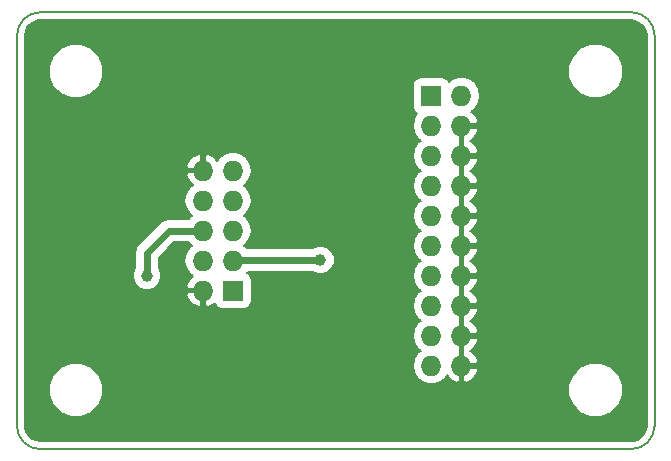
<source format=gbr>
G04 #@! TF.GenerationSoftware,KiCad,Pcbnew,5.0.1-33cea8e~68~ubuntu18.10.1*
G04 #@! TF.CreationDate,2018-11-26T23:37:11+02:00*
G04 #@! TF.ProjectId,BUS-BLASTER-AVR,4255532D424C41535445522D4156522E,v1.0*
G04 #@! TF.SameCoordinates,Original*
G04 #@! TF.FileFunction,Copper,L2,Bot,Signal*
G04 #@! TF.FilePolarity,Positive*
%FSLAX46Y46*%
G04 Gerber Fmt 4.6, Leading zero omitted, Abs format (unit mm)*
G04 Created by KiCad (PCBNEW 5.0.1-33cea8e~68~ubuntu18.10.1) date ma 26. marraskuuta 2018 23.37.11*
%MOMM*%
%LPD*%
G01*
G04 APERTURE LIST*
G04 #@! TA.AperFunction,NonConductor*
%ADD10C,0.150000*%
G04 #@! TD*
G04 #@! TA.AperFunction,ComponentPad*
%ADD11R,1.727200X1.727200*%
G04 #@! TD*
G04 #@! TA.AperFunction,ComponentPad*
%ADD12O,1.727200X1.727200*%
G04 #@! TD*
G04 #@! TA.AperFunction,ViaPad*
%ADD13C,1.000000*%
G04 #@! TD*
G04 #@! TA.AperFunction,Conductor*
%ADD14C,0.600000*%
G04 #@! TD*
G04 #@! TA.AperFunction,Conductor*
%ADD15C,1.000000*%
G04 #@! TD*
G04 #@! TA.AperFunction,Conductor*
%ADD16C,0.200000*%
G04 #@! TD*
G04 APERTURE END LIST*
D10*
X100000000Y-50000000D02*
G75*
G02X102000000Y-52000000I0J-2000000D01*
G01*
X102000000Y-85000000D02*
G75*
G02X100000000Y-87000000I-2000000J0D01*
G01*
X50000000Y-87000000D02*
G75*
G02X48000000Y-85000000I0J2000000D01*
G01*
X48000000Y-52000000D02*
G75*
G02X50000000Y-50000000I2000000J0D01*
G01*
X50000000Y-50000000D02*
X100000000Y-50000000D01*
X102000000Y-85000000D02*
X102000000Y-52000000D01*
X50000000Y-87000000D02*
X100000000Y-87000000D01*
X48000000Y-52000000D02*
X48000000Y-85000000D01*
D11*
G04 #@! TO.P,J1,1*
G04 #@! TO.N,TCK*
X66300000Y-73580000D03*
D12*
G04 #@! TO.P,J1,2*
G04 #@! TO.N,GND*
X63760000Y-73580000D03*
G04 #@! TO.P,J1,3*
G04 #@! TO.N,TDO*
X66300000Y-71040000D03*
G04 #@! TO.P,J1,4*
G04 #@! TO.N,VREF*
X63760000Y-71040000D03*
G04 #@! TO.P,J1,5*
G04 #@! TO.N,TMS*
X66300000Y-68500000D03*
G04 #@! TO.P,J1,6*
G04 #@! TO.N,nSRST*
X63760000Y-68500000D03*
G04 #@! TO.P,J1,7*
G04 #@! TO.N,Net-(J1-Pad7)*
X66300000Y-65960000D03*
G04 #@! TO.P,J1,8*
G04 #@! TO.N,nTRST*
X63760000Y-65960000D03*
G04 #@! TO.P,J1,9*
G04 #@! TO.N,TDI*
X66300000Y-63420000D03*
G04 #@! TO.P,J1,10*
G04 #@! TO.N,GND*
X63760000Y-63420000D03*
G04 #@! TD*
D11*
G04 #@! TO.P,J2,1*
G04 #@! TO.N,VREF*
X83100000Y-57080000D03*
D12*
G04 #@! TO.P,J2,2*
X85640000Y-57080000D03*
G04 #@! TO.P,J2,3*
G04 #@! TO.N,nTRST*
X83100000Y-59620000D03*
G04 #@! TO.P,J2,4*
G04 #@! TO.N,GND*
X85640000Y-59620000D03*
G04 #@! TO.P,J2,5*
G04 #@! TO.N,TDI*
X83100000Y-62160000D03*
G04 #@! TO.P,J2,6*
G04 #@! TO.N,GND*
X85640000Y-62160000D03*
G04 #@! TO.P,J2,7*
G04 #@! TO.N,TMS*
X83100000Y-64700000D03*
G04 #@! TO.P,J2,8*
G04 #@! TO.N,GND*
X85640000Y-64700000D03*
G04 #@! TO.P,J2,9*
G04 #@! TO.N,TCK*
X83100000Y-67240000D03*
G04 #@! TO.P,J2,10*
G04 #@! TO.N,GND*
X85640000Y-67240000D03*
G04 #@! TO.P,J2,11*
G04 #@! TO.N,Net-(J2-Pad11)*
X83100000Y-69780000D03*
G04 #@! TO.P,J2,12*
G04 #@! TO.N,GND*
X85640000Y-69780000D03*
G04 #@! TO.P,J2,13*
G04 #@! TO.N,TDO*
X83100000Y-72320000D03*
G04 #@! TO.P,J2,14*
G04 #@! TO.N,GND*
X85640000Y-72320000D03*
G04 #@! TO.P,J2,15*
G04 #@! TO.N,nSRST*
X83100000Y-74860000D03*
G04 #@! TO.P,J2,16*
G04 #@! TO.N,GND*
X85640000Y-74860000D03*
G04 #@! TO.P,J2,17*
G04 #@! TO.N,Net-(J2-Pad17)*
X83100000Y-77400000D03*
G04 #@! TO.P,J2,18*
G04 #@! TO.N,GND*
X85640000Y-77400000D03*
G04 #@! TO.P,J2,19*
G04 #@! TO.N,Net-(J2-Pad19)*
X83100000Y-79940000D03*
G04 #@! TO.P,J2,20*
G04 #@! TO.N,GND*
X85640000Y-79940000D03*
G04 #@! TD*
D13*
G04 #@! TO.N,GND*
X67800000Y-61300000D03*
G04 #@! TO.N,TDO*
X73700000Y-71000000D03*
G04 #@! TO.N,nSRST*
X59000000Y-72300000D03*
G04 #@! TD*
D14*
G04 #@! TO.N,TDO*
X73700000Y-71000000D02*
X66340000Y-71000000D01*
X66340000Y-71000000D02*
X66300000Y-71040000D01*
G04 #@! TO.N,nSRST*
X59000000Y-72300000D02*
X59000000Y-70400000D01*
X59000000Y-70400000D02*
X60900000Y-68500000D01*
X60900000Y-68500000D02*
X63760000Y-68500000D01*
D15*
G04 #@! TO.N,TDI*
X83100000Y-62180000D02*
X83100000Y-62405870D01*
G04 #@! TD*
D16*
G04 #@! TO.N,GND*
G36*
X100369950Y-50734868D02*
X100710162Y-50889553D01*
X100993282Y-51133505D01*
X101196554Y-51447115D01*
X101310322Y-51827530D01*
X101325001Y-52025060D01*
X101325000Y-84951910D01*
X101265132Y-85369952D01*
X101110448Y-85710160D01*
X100866494Y-85993283D01*
X100552886Y-86196553D01*
X100172470Y-86310322D01*
X99974953Y-86325000D01*
X50048090Y-86325000D01*
X49630048Y-86265132D01*
X49289840Y-86110448D01*
X49006717Y-85866494D01*
X48803447Y-85552886D01*
X48689678Y-85172470D01*
X48675000Y-84974953D01*
X48675000Y-81542501D01*
X50700000Y-81542501D01*
X50700000Y-82457499D01*
X51050154Y-83302846D01*
X51697154Y-83949846D01*
X52542501Y-84300000D01*
X53457499Y-84300000D01*
X54302846Y-83949846D01*
X54949846Y-83302846D01*
X55300000Y-82457499D01*
X55300000Y-81542501D01*
X94700000Y-81542501D01*
X94700000Y-82457499D01*
X95050154Y-83302846D01*
X95697154Y-83949846D01*
X96542501Y-84300000D01*
X97457499Y-84300000D01*
X98302846Y-83949846D01*
X98949846Y-83302846D01*
X99300000Y-82457499D01*
X99300000Y-81542501D01*
X98949846Y-80697154D01*
X98302846Y-80050154D01*
X97457499Y-79700000D01*
X96542501Y-79700000D01*
X95697154Y-80050154D01*
X95050154Y-80697154D01*
X94700000Y-81542501D01*
X55300000Y-81542501D01*
X54949846Y-80697154D01*
X54302846Y-80050154D01*
X53457499Y-79700000D01*
X52542501Y-79700000D01*
X51697154Y-80050154D01*
X51050154Y-80697154D01*
X50700000Y-81542501D01*
X48675000Y-81542501D01*
X48675000Y-73961049D01*
X62338589Y-73961049D01*
X62485459Y-74315654D01*
X62864000Y-74747402D01*
X63378949Y-75001423D01*
X63606000Y-74891532D01*
X63606000Y-73734000D01*
X62449417Y-73734000D01*
X62338589Y-73961049D01*
X48675000Y-73961049D01*
X48675000Y-72061305D01*
X57800000Y-72061305D01*
X57800000Y-72538695D01*
X57982689Y-72979745D01*
X58320255Y-73317311D01*
X58761305Y-73500000D01*
X59238695Y-73500000D01*
X59679745Y-73317311D01*
X60017311Y-72979745D01*
X60200000Y-72538695D01*
X60200000Y-72061305D01*
X60017311Y-71620255D01*
X60000000Y-71602944D01*
X60000000Y-70814212D01*
X61314213Y-69500000D01*
X62547654Y-69500000D01*
X62632708Y-69627292D01*
X62846286Y-69770000D01*
X62632708Y-69912708D01*
X62287122Y-70429914D01*
X62165768Y-71040000D01*
X62287122Y-71650086D01*
X62632708Y-72167292D01*
X62942144Y-72374050D01*
X62864000Y-72412598D01*
X62485459Y-72844346D01*
X62338589Y-73198951D01*
X62449417Y-73426000D01*
X63606000Y-73426000D01*
X63606000Y-73406000D01*
X63914000Y-73406000D01*
X63914000Y-73426000D01*
X63934000Y-73426000D01*
X63934000Y-73734000D01*
X63914000Y-73734000D01*
X63914000Y-74891532D01*
X64141051Y-75001423D01*
X64656000Y-74747402D01*
X64759611Y-74629228D01*
X64777015Y-74716726D01*
X64931729Y-74948271D01*
X65163274Y-75102985D01*
X65436400Y-75157313D01*
X67163600Y-75157313D01*
X67436726Y-75102985D01*
X67668271Y-74948271D01*
X67822985Y-74716726D01*
X67877313Y-74443600D01*
X67877313Y-72716400D01*
X67822985Y-72443274D01*
X67668271Y-72211729D01*
X67481145Y-72086695D01*
X67539073Y-72000000D01*
X73002944Y-72000000D01*
X73020255Y-72017311D01*
X73461305Y-72200000D01*
X73938695Y-72200000D01*
X74379745Y-72017311D01*
X74717311Y-71679745D01*
X74900000Y-71238695D01*
X74900000Y-70761305D01*
X74717311Y-70320255D01*
X74379745Y-69982689D01*
X73938695Y-69800000D01*
X73461305Y-69800000D01*
X73020255Y-69982689D01*
X73002944Y-70000000D01*
X67485619Y-70000000D01*
X67427292Y-69912708D01*
X67213714Y-69770000D01*
X67427292Y-69627292D01*
X67772878Y-69110086D01*
X67894232Y-68500000D01*
X67772878Y-67889914D01*
X67427292Y-67372708D01*
X67213714Y-67230000D01*
X67427292Y-67087292D01*
X67772878Y-66570086D01*
X67894232Y-65960000D01*
X67772878Y-65349914D01*
X67427292Y-64832708D01*
X67213714Y-64690000D01*
X67427292Y-64547292D01*
X67772878Y-64030086D01*
X67894232Y-63420000D01*
X67772878Y-62809914D01*
X67427292Y-62292708D01*
X66910086Y-61947122D01*
X66453997Y-61856400D01*
X66146003Y-61856400D01*
X65689914Y-61947122D01*
X65172708Y-62292708D01*
X64964444Y-62604397D01*
X64656000Y-62252598D01*
X64141051Y-61998577D01*
X63914000Y-62108468D01*
X63914000Y-63266000D01*
X63934000Y-63266000D01*
X63934000Y-63574000D01*
X63914000Y-63574000D01*
X63914000Y-63594000D01*
X63606000Y-63594000D01*
X63606000Y-63574000D01*
X62449417Y-63574000D01*
X62338589Y-63801049D01*
X62485459Y-64155654D01*
X62864000Y-64587402D01*
X62942144Y-64625950D01*
X62632708Y-64832708D01*
X62287122Y-65349914D01*
X62165768Y-65960000D01*
X62287122Y-66570086D01*
X62632708Y-67087292D01*
X62846286Y-67230000D01*
X62632708Y-67372708D01*
X62547654Y-67500000D01*
X60998490Y-67500000D01*
X60900000Y-67480409D01*
X60801510Y-67500000D01*
X60509819Y-67558021D01*
X60179040Y-67779040D01*
X60123247Y-67862540D01*
X58362540Y-69623248D01*
X58279041Y-69679040D01*
X58122909Y-69912708D01*
X58058021Y-70009820D01*
X57980409Y-70400000D01*
X58000001Y-70498495D01*
X58000000Y-71602944D01*
X57982689Y-71620255D01*
X57800000Y-72061305D01*
X48675000Y-72061305D01*
X48675000Y-63038951D01*
X62338589Y-63038951D01*
X62449417Y-63266000D01*
X63606000Y-63266000D01*
X63606000Y-62108468D01*
X63378949Y-61998577D01*
X62864000Y-62252598D01*
X62485459Y-62684346D01*
X62338589Y-63038951D01*
X48675000Y-63038951D01*
X48675000Y-59620000D01*
X81505768Y-59620000D01*
X81627122Y-60230086D01*
X81972708Y-60747292D01*
X82186286Y-60890000D01*
X81972708Y-61032708D01*
X81627122Y-61549914D01*
X81505768Y-62160000D01*
X81627122Y-62770086D01*
X81972708Y-63287292D01*
X82186286Y-63430000D01*
X81972708Y-63572708D01*
X81627122Y-64089914D01*
X81505768Y-64700000D01*
X81627122Y-65310086D01*
X81972708Y-65827292D01*
X82186286Y-65970000D01*
X81972708Y-66112708D01*
X81627122Y-66629914D01*
X81505768Y-67240000D01*
X81627122Y-67850086D01*
X81972708Y-68367292D01*
X82186286Y-68510000D01*
X81972708Y-68652708D01*
X81627122Y-69169914D01*
X81505768Y-69780000D01*
X81627122Y-70390086D01*
X81972708Y-70907292D01*
X82186286Y-71050000D01*
X81972708Y-71192708D01*
X81627122Y-71709914D01*
X81505768Y-72320000D01*
X81627122Y-72930086D01*
X81972708Y-73447292D01*
X82186286Y-73590000D01*
X81972708Y-73732708D01*
X81627122Y-74249914D01*
X81505768Y-74860000D01*
X81627122Y-75470086D01*
X81972708Y-75987292D01*
X82186286Y-76130000D01*
X81972708Y-76272708D01*
X81627122Y-76789914D01*
X81505768Y-77400000D01*
X81627122Y-78010086D01*
X81972708Y-78527292D01*
X82186286Y-78670000D01*
X81972708Y-78812708D01*
X81627122Y-79329914D01*
X81505768Y-79940000D01*
X81627122Y-80550086D01*
X81972708Y-81067292D01*
X82489914Y-81412878D01*
X82946003Y-81503600D01*
X83253997Y-81503600D01*
X83710086Y-81412878D01*
X84227292Y-81067292D01*
X84435556Y-80755603D01*
X84744000Y-81107402D01*
X85258949Y-81361423D01*
X85486000Y-81251532D01*
X85486000Y-80094000D01*
X85794000Y-80094000D01*
X85794000Y-81251532D01*
X86021051Y-81361423D01*
X86536000Y-81107402D01*
X86914541Y-80675654D01*
X87061411Y-80321049D01*
X86950583Y-80094000D01*
X85794000Y-80094000D01*
X85486000Y-80094000D01*
X85466000Y-80094000D01*
X85466000Y-79786000D01*
X85486000Y-79786000D01*
X85486000Y-77554000D01*
X85794000Y-77554000D01*
X85794000Y-79786000D01*
X86950583Y-79786000D01*
X87061411Y-79558951D01*
X86914541Y-79204346D01*
X86536000Y-78772598D01*
X86328014Y-78670000D01*
X86536000Y-78567402D01*
X86914541Y-78135654D01*
X87061411Y-77781049D01*
X86950583Y-77554000D01*
X85794000Y-77554000D01*
X85486000Y-77554000D01*
X85466000Y-77554000D01*
X85466000Y-77246000D01*
X85486000Y-77246000D01*
X85486000Y-75014000D01*
X85794000Y-75014000D01*
X85794000Y-77246000D01*
X86950583Y-77246000D01*
X87061411Y-77018951D01*
X86914541Y-76664346D01*
X86536000Y-76232598D01*
X86328014Y-76130000D01*
X86536000Y-76027402D01*
X86914541Y-75595654D01*
X87061411Y-75241049D01*
X86950583Y-75014000D01*
X85794000Y-75014000D01*
X85486000Y-75014000D01*
X85466000Y-75014000D01*
X85466000Y-74706000D01*
X85486000Y-74706000D01*
X85486000Y-72474000D01*
X85794000Y-72474000D01*
X85794000Y-74706000D01*
X86950583Y-74706000D01*
X87061411Y-74478951D01*
X86914541Y-74124346D01*
X86536000Y-73692598D01*
X86328014Y-73590000D01*
X86536000Y-73487402D01*
X86914541Y-73055654D01*
X87061411Y-72701049D01*
X86950583Y-72474000D01*
X85794000Y-72474000D01*
X85486000Y-72474000D01*
X85466000Y-72474000D01*
X85466000Y-72166000D01*
X85486000Y-72166000D01*
X85486000Y-69934000D01*
X85794000Y-69934000D01*
X85794000Y-72166000D01*
X86950583Y-72166000D01*
X87061411Y-71938951D01*
X86914541Y-71584346D01*
X86536000Y-71152598D01*
X86328014Y-71050000D01*
X86536000Y-70947402D01*
X86914541Y-70515654D01*
X87061411Y-70161049D01*
X86950583Y-69934000D01*
X85794000Y-69934000D01*
X85486000Y-69934000D01*
X85466000Y-69934000D01*
X85466000Y-69626000D01*
X85486000Y-69626000D01*
X85486000Y-67394000D01*
X85794000Y-67394000D01*
X85794000Y-69626000D01*
X86950583Y-69626000D01*
X87061411Y-69398951D01*
X86914541Y-69044346D01*
X86536000Y-68612598D01*
X86328014Y-68510000D01*
X86536000Y-68407402D01*
X86914541Y-67975654D01*
X87061411Y-67621049D01*
X86950583Y-67394000D01*
X85794000Y-67394000D01*
X85486000Y-67394000D01*
X85466000Y-67394000D01*
X85466000Y-67086000D01*
X85486000Y-67086000D01*
X85486000Y-64854000D01*
X85794000Y-64854000D01*
X85794000Y-67086000D01*
X86950583Y-67086000D01*
X87061411Y-66858951D01*
X86914541Y-66504346D01*
X86536000Y-66072598D01*
X86328014Y-65970000D01*
X86536000Y-65867402D01*
X86914541Y-65435654D01*
X87061411Y-65081049D01*
X86950583Y-64854000D01*
X85794000Y-64854000D01*
X85486000Y-64854000D01*
X85466000Y-64854000D01*
X85466000Y-64546000D01*
X85486000Y-64546000D01*
X85486000Y-62314000D01*
X85794000Y-62314000D01*
X85794000Y-64546000D01*
X86950583Y-64546000D01*
X87061411Y-64318951D01*
X86914541Y-63964346D01*
X86536000Y-63532598D01*
X86328014Y-63430000D01*
X86536000Y-63327402D01*
X86914541Y-62895654D01*
X87061411Y-62541049D01*
X86950583Y-62314000D01*
X85794000Y-62314000D01*
X85486000Y-62314000D01*
X85466000Y-62314000D01*
X85466000Y-62006000D01*
X85486000Y-62006000D01*
X85486000Y-59774000D01*
X85794000Y-59774000D01*
X85794000Y-62006000D01*
X86950583Y-62006000D01*
X87061411Y-61778951D01*
X86914541Y-61424346D01*
X86536000Y-60992598D01*
X86328014Y-60890000D01*
X86536000Y-60787402D01*
X86914541Y-60355654D01*
X87061411Y-60001049D01*
X86950583Y-59774000D01*
X85794000Y-59774000D01*
X85486000Y-59774000D01*
X85466000Y-59774000D01*
X85466000Y-59466000D01*
X85486000Y-59466000D01*
X85486000Y-59446000D01*
X85794000Y-59446000D01*
X85794000Y-59466000D01*
X86950583Y-59466000D01*
X87061411Y-59238951D01*
X86914541Y-58884346D01*
X86536000Y-58452598D01*
X86457856Y-58414050D01*
X86767292Y-58207292D01*
X87112878Y-57690086D01*
X87234232Y-57080000D01*
X87112878Y-56469914D01*
X86767292Y-55952708D01*
X86250086Y-55607122D01*
X85793997Y-55516400D01*
X85486003Y-55516400D01*
X85029914Y-55607122D01*
X84593305Y-55898855D01*
X84468271Y-55711729D01*
X84236726Y-55557015D01*
X83963600Y-55502687D01*
X82236400Y-55502687D01*
X81963274Y-55557015D01*
X81731729Y-55711729D01*
X81577015Y-55943274D01*
X81522687Y-56216400D01*
X81522687Y-57943600D01*
X81577015Y-58216726D01*
X81731729Y-58448271D01*
X81918855Y-58573305D01*
X81627122Y-59009914D01*
X81505768Y-59620000D01*
X48675000Y-59620000D01*
X48675000Y-54542501D01*
X50700000Y-54542501D01*
X50700000Y-55457499D01*
X51050154Y-56302846D01*
X51697154Y-56949846D01*
X52542501Y-57300000D01*
X53457499Y-57300000D01*
X54302846Y-56949846D01*
X54949846Y-56302846D01*
X55300000Y-55457499D01*
X55300000Y-54542501D01*
X94700000Y-54542501D01*
X94700000Y-55457499D01*
X95050154Y-56302846D01*
X95697154Y-56949846D01*
X96542501Y-57300000D01*
X97457499Y-57300000D01*
X98302846Y-56949846D01*
X98949846Y-56302846D01*
X99300000Y-55457499D01*
X99300000Y-54542501D01*
X98949846Y-53697154D01*
X98302846Y-53050154D01*
X97457499Y-52700000D01*
X96542501Y-52700000D01*
X95697154Y-53050154D01*
X95050154Y-53697154D01*
X94700000Y-54542501D01*
X55300000Y-54542501D01*
X54949846Y-53697154D01*
X54302846Y-53050154D01*
X53457499Y-52700000D01*
X52542501Y-52700000D01*
X51697154Y-53050154D01*
X51050154Y-53697154D01*
X50700000Y-54542501D01*
X48675000Y-54542501D01*
X48675000Y-52048090D01*
X48734868Y-51630050D01*
X48889553Y-51289838D01*
X49133505Y-51006718D01*
X49447115Y-50803446D01*
X49827530Y-50689678D01*
X50025046Y-50675000D01*
X99951910Y-50675000D01*
X100369950Y-50734868D01*
X100369950Y-50734868D01*
G37*
X100369950Y-50734868D02*
X100710162Y-50889553D01*
X100993282Y-51133505D01*
X101196554Y-51447115D01*
X101310322Y-51827530D01*
X101325001Y-52025060D01*
X101325000Y-84951910D01*
X101265132Y-85369952D01*
X101110448Y-85710160D01*
X100866494Y-85993283D01*
X100552886Y-86196553D01*
X100172470Y-86310322D01*
X99974953Y-86325000D01*
X50048090Y-86325000D01*
X49630048Y-86265132D01*
X49289840Y-86110448D01*
X49006717Y-85866494D01*
X48803447Y-85552886D01*
X48689678Y-85172470D01*
X48675000Y-84974953D01*
X48675000Y-81542501D01*
X50700000Y-81542501D01*
X50700000Y-82457499D01*
X51050154Y-83302846D01*
X51697154Y-83949846D01*
X52542501Y-84300000D01*
X53457499Y-84300000D01*
X54302846Y-83949846D01*
X54949846Y-83302846D01*
X55300000Y-82457499D01*
X55300000Y-81542501D01*
X94700000Y-81542501D01*
X94700000Y-82457499D01*
X95050154Y-83302846D01*
X95697154Y-83949846D01*
X96542501Y-84300000D01*
X97457499Y-84300000D01*
X98302846Y-83949846D01*
X98949846Y-83302846D01*
X99300000Y-82457499D01*
X99300000Y-81542501D01*
X98949846Y-80697154D01*
X98302846Y-80050154D01*
X97457499Y-79700000D01*
X96542501Y-79700000D01*
X95697154Y-80050154D01*
X95050154Y-80697154D01*
X94700000Y-81542501D01*
X55300000Y-81542501D01*
X54949846Y-80697154D01*
X54302846Y-80050154D01*
X53457499Y-79700000D01*
X52542501Y-79700000D01*
X51697154Y-80050154D01*
X51050154Y-80697154D01*
X50700000Y-81542501D01*
X48675000Y-81542501D01*
X48675000Y-73961049D01*
X62338589Y-73961049D01*
X62485459Y-74315654D01*
X62864000Y-74747402D01*
X63378949Y-75001423D01*
X63606000Y-74891532D01*
X63606000Y-73734000D01*
X62449417Y-73734000D01*
X62338589Y-73961049D01*
X48675000Y-73961049D01*
X48675000Y-72061305D01*
X57800000Y-72061305D01*
X57800000Y-72538695D01*
X57982689Y-72979745D01*
X58320255Y-73317311D01*
X58761305Y-73500000D01*
X59238695Y-73500000D01*
X59679745Y-73317311D01*
X60017311Y-72979745D01*
X60200000Y-72538695D01*
X60200000Y-72061305D01*
X60017311Y-71620255D01*
X60000000Y-71602944D01*
X60000000Y-70814212D01*
X61314213Y-69500000D01*
X62547654Y-69500000D01*
X62632708Y-69627292D01*
X62846286Y-69770000D01*
X62632708Y-69912708D01*
X62287122Y-70429914D01*
X62165768Y-71040000D01*
X62287122Y-71650086D01*
X62632708Y-72167292D01*
X62942144Y-72374050D01*
X62864000Y-72412598D01*
X62485459Y-72844346D01*
X62338589Y-73198951D01*
X62449417Y-73426000D01*
X63606000Y-73426000D01*
X63606000Y-73406000D01*
X63914000Y-73406000D01*
X63914000Y-73426000D01*
X63934000Y-73426000D01*
X63934000Y-73734000D01*
X63914000Y-73734000D01*
X63914000Y-74891532D01*
X64141051Y-75001423D01*
X64656000Y-74747402D01*
X64759611Y-74629228D01*
X64777015Y-74716726D01*
X64931729Y-74948271D01*
X65163274Y-75102985D01*
X65436400Y-75157313D01*
X67163600Y-75157313D01*
X67436726Y-75102985D01*
X67668271Y-74948271D01*
X67822985Y-74716726D01*
X67877313Y-74443600D01*
X67877313Y-72716400D01*
X67822985Y-72443274D01*
X67668271Y-72211729D01*
X67481145Y-72086695D01*
X67539073Y-72000000D01*
X73002944Y-72000000D01*
X73020255Y-72017311D01*
X73461305Y-72200000D01*
X73938695Y-72200000D01*
X74379745Y-72017311D01*
X74717311Y-71679745D01*
X74900000Y-71238695D01*
X74900000Y-70761305D01*
X74717311Y-70320255D01*
X74379745Y-69982689D01*
X73938695Y-69800000D01*
X73461305Y-69800000D01*
X73020255Y-69982689D01*
X73002944Y-70000000D01*
X67485619Y-70000000D01*
X67427292Y-69912708D01*
X67213714Y-69770000D01*
X67427292Y-69627292D01*
X67772878Y-69110086D01*
X67894232Y-68500000D01*
X67772878Y-67889914D01*
X67427292Y-67372708D01*
X67213714Y-67230000D01*
X67427292Y-67087292D01*
X67772878Y-66570086D01*
X67894232Y-65960000D01*
X67772878Y-65349914D01*
X67427292Y-64832708D01*
X67213714Y-64690000D01*
X67427292Y-64547292D01*
X67772878Y-64030086D01*
X67894232Y-63420000D01*
X67772878Y-62809914D01*
X67427292Y-62292708D01*
X66910086Y-61947122D01*
X66453997Y-61856400D01*
X66146003Y-61856400D01*
X65689914Y-61947122D01*
X65172708Y-62292708D01*
X64964444Y-62604397D01*
X64656000Y-62252598D01*
X64141051Y-61998577D01*
X63914000Y-62108468D01*
X63914000Y-63266000D01*
X63934000Y-63266000D01*
X63934000Y-63574000D01*
X63914000Y-63574000D01*
X63914000Y-63594000D01*
X63606000Y-63594000D01*
X63606000Y-63574000D01*
X62449417Y-63574000D01*
X62338589Y-63801049D01*
X62485459Y-64155654D01*
X62864000Y-64587402D01*
X62942144Y-64625950D01*
X62632708Y-64832708D01*
X62287122Y-65349914D01*
X62165768Y-65960000D01*
X62287122Y-66570086D01*
X62632708Y-67087292D01*
X62846286Y-67230000D01*
X62632708Y-67372708D01*
X62547654Y-67500000D01*
X60998490Y-67500000D01*
X60900000Y-67480409D01*
X60801510Y-67500000D01*
X60509819Y-67558021D01*
X60179040Y-67779040D01*
X60123247Y-67862540D01*
X58362540Y-69623248D01*
X58279041Y-69679040D01*
X58122909Y-69912708D01*
X58058021Y-70009820D01*
X57980409Y-70400000D01*
X58000001Y-70498495D01*
X58000000Y-71602944D01*
X57982689Y-71620255D01*
X57800000Y-72061305D01*
X48675000Y-72061305D01*
X48675000Y-63038951D01*
X62338589Y-63038951D01*
X62449417Y-63266000D01*
X63606000Y-63266000D01*
X63606000Y-62108468D01*
X63378949Y-61998577D01*
X62864000Y-62252598D01*
X62485459Y-62684346D01*
X62338589Y-63038951D01*
X48675000Y-63038951D01*
X48675000Y-59620000D01*
X81505768Y-59620000D01*
X81627122Y-60230086D01*
X81972708Y-60747292D01*
X82186286Y-60890000D01*
X81972708Y-61032708D01*
X81627122Y-61549914D01*
X81505768Y-62160000D01*
X81627122Y-62770086D01*
X81972708Y-63287292D01*
X82186286Y-63430000D01*
X81972708Y-63572708D01*
X81627122Y-64089914D01*
X81505768Y-64700000D01*
X81627122Y-65310086D01*
X81972708Y-65827292D01*
X82186286Y-65970000D01*
X81972708Y-66112708D01*
X81627122Y-66629914D01*
X81505768Y-67240000D01*
X81627122Y-67850086D01*
X81972708Y-68367292D01*
X82186286Y-68510000D01*
X81972708Y-68652708D01*
X81627122Y-69169914D01*
X81505768Y-69780000D01*
X81627122Y-70390086D01*
X81972708Y-70907292D01*
X82186286Y-71050000D01*
X81972708Y-71192708D01*
X81627122Y-71709914D01*
X81505768Y-72320000D01*
X81627122Y-72930086D01*
X81972708Y-73447292D01*
X82186286Y-73590000D01*
X81972708Y-73732708D01*
X81627122Y-74249914D01*
X81505768Y-74860000D01*
X81627122Y-75470086D01*
X81972708Y-75987292D01*
X82186286Y-76130000D01*
X81972708Y-76272708D01*
X81627122Y-76789914D01*
X81505768Y-77400000D01*
X81627122Y-78010086D01*
X81972708Y-78527292D01*
X82186286Y-78670000D01*
X81972708Y-78812708D01*
X81627122Y-79329914D01*
X81505768Y-79940000D01*
X81627122Y-80550086D01*
X81972708Y-81067292D01*
X82489914Y-81412878D01*
X82946003Y-81503600D01*
X83253997Y-81503600D01*
X83710086Y-81412878D01*
X84227292Y-81067292D01*
X84435556Y-80755603D01*
X84744000Y-81107402D01*
X85258949Y-81361423D01*
X85486000Y-81251532D01*
X85486000Y-80094000D01*
X85794000Y-80094000D01*
X85794000Y-81251532D01*
X86021051Y-81361423D01*
X86536000Y-81107402D01*
X86914541Y-80675654D01*
X87061411Y-80321049D01*
X86950583Y-80094000D01*
X85794000Y-80094000D01*
X85486000Y-80094000D01*
X85466000Y-80094000D01*
X85466000Y-79786000D01*
X85486000Y-79786000D01*
X85486000Y-77554000D01*
X85794000Y-77554000D01*
X85794000Y-79786000D01*
X86950583Y-79786000D01*
X87061411Y-79558951D01*
X86914541Y-79204346D01*
X86536000Y-78772598D01*
X86328014Y-78670000D01*
X86536000Y-78567402D01*
X86914541Y-78135654D01*
X87061411Y-77781049D01*
X86950583Y-77554000D01*
X85794000Y-77554000D01*
X85486000Y-77554000D01*
X85466000Y-77554000D01*
X85466000Y-77246000D01*
X85486000Y-77246000D01*
X85486000Y-75014000D01*
X85794000Y-75014000D01*
X85794000Y-77246000D01*
X86950583Y-77246000D01*
X87061411Y-77018951D01*
X86914541Y-76664346D01*
X86536000Y-76232598D01*
X86328014Y-76130000D01*
X86536000Y-76027402D01*
X86914541Y-75595654D01*
X87061411Y-75241049D01*
X86950583Y-75014000D01*
X85794000Y-75014000D01*
X85486000Y-75014000D01*
X85466000Y-75014000D01*
X85466000Y-74706000D01*
X85486000Y-74706000D01*
X85486000Y-72474000D01*
X85794000Y-72474000D01*
X85794000Y-74706000D01*
X86950583Y-74706000D01*
X87061411Y-74478951D01*
X86914541Y-74124346D01*
X86536000Y-73692598D01*
X86328014Y-73590000D01*
X86536000Y-73487402D01*
X86914541Y-73055654D01*
X87061411Y-72701049D01*
X86950583Y-72474000D01*
X85794000Y-72474000D01*
X85486000Y-72474000D01*
X85466000Y-72474000D01*
X85466000Y-72166000D01*
X85486000Y-72166000D01*
X85486000Y-69934000D01*
X85794000Y-69934000D01*
X85794000Y-72166000D01*
X86950583Y-72166000D01*
X87061411Y-71938951D01*
X86914541Y-71584346D01*
X86536000Y-71152598D01*
X86328014Y-71050000D01*
X86536000Y-70947402D01*
X86914541Y-70515654D01*
X87061411Y-70161049D01*
X86950583Y-69934000D01*
X85794000Y-69934000D01*
X85486000Y-69934000D01*
X85466000Y-69934000D01*
X85466000Y-69626000D01*
X85486000Y-69626000D01*
X85486000Y-67394000D01*
X85794000Y-67394000D01*
X85794000Y-69626000D01*
X86950583Y-69626000D01*
X87061411Y-69398951D01*
X86914541Y-69044346D01*
X86536000Y-68612598D01*
X86328014Y-68510000D01*
X86536000Y-68407402D01*
X86914541Y-67975654D01*
X87061411Y-67621049D01*
X86950583Y-67394000D01*
X85794000Y-67394000D01*
X85486000Y-67394000D01*
X85466000Y-67394000D01*
X85466000Y-67086000D01*
X85486000Y-67086000D01*
X85486000Y-64854000D01*
X85794000Y-64854000D01*
X85794000Y-67086000D01*
X86950583Y-67086000D01*
X87061411Y-66858951D01*
X86914541Y-66504346D01*
X86536000Y-66072598D01*
X86328014Y-65970000D01*
X86536000Y-65867402D01*
X86914541Y-65435654D01*
X87061411Y-65081049D01*
X86950583Y-64854000D01*
X85794000Y-64854000D01*
X85486000Y-64854000D01*
X85466000Y-64854000D01*
X85466000Y-64546000D01*
X85486000Y-64546000D01*
X85486000Y-62314000D01*
X85794000Y-62314000D01*
X85794000Y-64546000D01*
X86950583Y-64546000D01*
X87061411Y-64318951D01*
X86914541Y-63964346D01*
X86536000Y-63532598D01*
X86328014Y-63430000D01*
X86536000Y-63327402D01*
X86914541Y-62895654D01*
X87061411Y-62541049D01*
X86950583Y-62314000D01*
X85794000Y-62314000D01*
X85486000Y-62314000D01*
X85466000Y-62314000D01*
X85466000Y-62006000D01*
X85486000Y-62006000D01*
X85486000Y-59774000D01*
X85794000Y-59774000D01*
X85794000Y-62006000D01*
X86950583Y-62006000D01*
X87061411Y-61778951D01*
X86914541Y-61424346D01*
X86536000Y-60992598D01*
X86328014Y-60890000D01*
X86536000Y-60787402D01*
X86914541Y-60355654D01*
X87061411Y-60001049D01*
X86950583Y-59774000D01*
X85794000Y-59774000D01*
X85486000Y-59774000D01*
X85466000Y-59774000D01*
X85466000Y-59466000D01*
X85486000Y-59466000D01*
X85486000Y-59446000D01*
X85794000Y-59446000D01*
X85794000Y-59466000D01*
X86950583Y-59466000D01*
X87061411Y-59238951D01*
X86914541Y-58884346D01*
X86536000Y-58452598D01*
X86457856Y-58414050D01*
X86767292Y-58207292D01*
X87112878Y-57690086D01*
X87234232Y-57080000D01*
X87112878Y-56469914D01*
X86767292Y-55952708D01*
X86250086Y-55607122D01*
X85793997Y-55516400D01*
X85486003Y-55516400D01*
X85029914Y-55607122D01*
X84593305Y-55898855D01*
X84468271Y-55711729D01*
X84236726Y-55557015D01*
X83963600Y-55502687D01*
X82236400Y-55502687D01*
X81963274Y-55557015D01*
X81731729Y-55711729D01*
X81577015Y-55943274D01*
X81522687Y-56216400D01*
X81522687Y-57943600D01*
X81577015Y-58216726D01*
X81731729Y-58448271D01*
X81918855Y-58573305D01*
X81627122Y-59009914D01*
X81505768Y-59620000D01*
X48675000Y-59620000D01*
X48675000Y-54542501D01*
X50700000Y-54542501D01*
X50700000Y-55457499D01*
X51050154Y-56302846D01*
X51697154Y-56949846D01*
X52542501Y-57300000D01*
X53457499Y-57300000D01*
X54302846Y-56949846D01*
X54949846Y-56302846D01*
X55300000Y-55457499D01*
X55300000Y-54542501D01*
X94700000Y-54542501D01*
X94700000Y-55457499D01*
X95050154Y-56302846D01*
X95697154Y-56949846D01*
X96542501Y-57300000D01*
X97457499Y-57300000D01*
X98302846Y-56949846D01*
X98949846Y-56302846D01*
X99300000Y-55457499D01*
X99300000Y-54542501D01*
X98949846Y-53697154D01*
X98302846Y-53050154D01*
X97457499Y-52700000D01*
X96542501Y-52700000D01*
X95697154Y-53050154D01*
X95050154Y-53697154D01*
X94700000Y-54542501D01*
X55300000Y-54542501D01*
X54949846Y-53697154D01*
X54302846Y-53050154D01*
X53457499Y-52700000D01*
X52542501Y-52700000D01*
X51697154Y-53050154D01*
X51050154Y-53697154D01*
X50700000Y-54542501D01*
X48675000Y-54542501D01*
X48675000Y-52048090D01*
X48734868Y-51630050D01*
X48889553Y-51289838D01*
X49133505Y-51006718D01*
X49447115Y-50803446D01*
X49827530Y-50689678D01*
X50025046Y-50675000D01*
X99951910Y-50675000D01*
X100369950Y-50734868D01*
G04 #@! TD*
M02*

</source>
